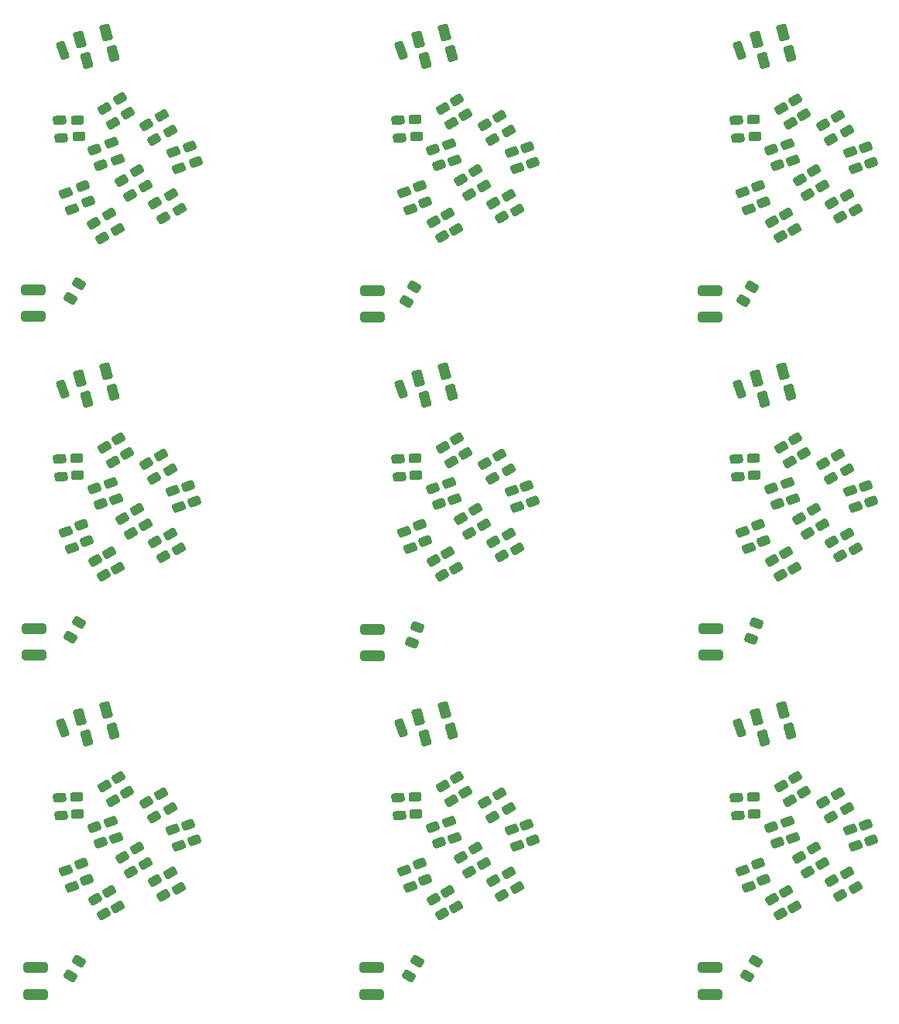
<source format=gbr>
%TF.GenerationSoftware,KiCad,Pcbnew,7.0.9*%
%TF.CreationDate,2024-10-30T14:50:37+01:00*%
%TF.ProjectId,panel,70616e65-6c2e-46b6-9963-61645f706362,rev?*%
%TF.SameCoordinates,Original*%
%TF.FileFunction,Paste,Top*%
%TF.FilePolarity,Positive*%
%FSLAX46Y46*%
G04 Gerber Fmt 4.6, Leading zero omitted, Abs format (unit mm)*
G04 Created by KiCad (PCBNEW 7.0.9) date 2024-10-30 14:50:37*
%MOMM*%
%LPD*%
G01*
G04 APERTURE LIST*
G04 Aperture macros list*
%AMRoundRect*
0 Rectangle with rounded corners*
0 $1 Rounding radius*
0 $2 $3 $4 $5 $6 $7 $8 $9 X,Y pos of 4 corners*
0 Add a 4 corners polygon primitive as box body*
4,1,4,$2,$3,$4,$5,$6,$7,$8,$9,$2,$3,0*
0 Add four circle primitives for the rounded corners*
1,1,$1+$1,$2,$3*
1,1,$1+$1,$4,$5*
1,1,$1+$1,$6,$7*
1,1,$1+$1,$8,$9*
0 Add four rect primitives between the rounded corners*
20,1,$1+$1,$2,$3,$4,$5,0*
20,1,$1+$1,$4,$5,$6,$7,0*
20,1,$1+$1,$6,$7,$8,$9,0*
20,1,$1+$1,$8,$9,$2,$3,0*%
G04 Aperture macros list end*
%ADD10RoundRect,0.250000X0.021592X-0.790275X0.491438X-0.619264X-0.021592X0.790275X-0.491438X0.619264X0*%
%ADD11RoundRect,0.250000X0.536362X0.020994X0.286362X0.454006X-0.536362X-0.020994X-0.286362X-0.454006X0*%
%ADD12RoundRect,0.250000X-0.536362X-0.020994X-0.286362X-0.454006X0.536362X0.020994X0.286362X0.454006X0*%
%ADD13RoundRect,0.250000X0.145694X0.711968X-0.482158X0.543736X-0.145694X-0.711968X0.482158X-0.543736X0*%
%ADD14RoundRect,0.250000X0.471166X-0.222281X0.425409X0.300721X-0.471166X0.222281X-0.425409X-0.300721X0*%
%ADD15RoundRect,0.250000X0.531859X-0.072464X0.360849X0.397383X-0.531859X0.072464X-0.360849X-0.397383X0*%
%ADD16RoundRect,0.250000X0.512642X-0.092760X0.333081X0.400578X-0.512642X0.092760X-0.333081X-0.400578X0*%
%ADD17RoundRect,0.250000X0.258461X-0.452332X0.520961X0.002332X-0.258461X0.452332X-0.520961X-0.002332X0*%
%ADD18RoundRect,0.250000X0.520961X-0.002332X0.258461X0.452332X-0.520961X0.002332X-0.258461X-0.452332X0*%
%ADD19RoundRect,0.250000X1.075000X-0.312500X1.075000X0.312500X-1.075000X0.312500X-1.075000X-0.312500X0*%
%ADD20RoundRect,0.250000X-0.520961X0.002332X-0.258461X-0.452332X0.520961X-0.002332X0.258461X0.452332X0*%
%ADD21RoundRect,0.250000X-1.075000X0.312500X-1.075000X-0.312500X1.075000X-0.312500X1.075000X0.312500X0*%
%ADD22RoundRect,0.250000X0.140090X0.684585X-0.463614X0.522823X-0.140090X-0.684585X0.463614X-0.522823X0*%
%ADD23RoundRect,0.250000X0.494981X-0.207650X0.451404X0.290448X-0.494981X0.207650X-0.451404X-0.290448X0*%
%ADD24RoundRect,0.250000X0.333081X-0.400578X0.512642X0.092760X-0.333081X0.400578X-0.512642X-0.092760X0*%
G04 APERTURE END LIST*
D10*
%TO.C,-HV*%
X189997975Y-108498200D03*
%TD*%
%TO.C,-HV*%
X152997975Y-108498200D03*
%TD*%
%TO.C,-HV*%
X115997975Y-108500000D03*
%TD*%
%TO.C,-HV*%
X189997975Y-71498200D03*
%TD*%
%TO.C,-HV*%
X152997975Y-71498200D03*
%TD*%
%TO.C,-HV*%
X115997975Y-71500000D03*
%TD*%
%TO.C,-HV*%
X189999775Y-34498200D03*
%TD*%
%TO.C,-HV*%
X152999775Y-34498200D03*
%TD*%
%TO.C,-HV*%
X115999775Y-34500000D03*
%TD*%
D11*
%TO.C,C10*%
X122049925Y-53997726D03*
X121099925Y-52352278D03*
%TD*%
D12*
%TO.C,C36*%
X124098125Y-84602428D03*
X125048125Y-86247876D03*
%TD*%
D13*
%TO.C,C46*%
X157748016Y-69541594D03*
X154898534Y-70305110D03*
%TD*%
D14*
%TO.C,R73*%
X117652655Y-117834330D03*
X117493595Y-116016274D03*
%TD*%
D13*
%TO.C,C5*%
X191900484Y-33304960D03*
X194749966Y-32541444D03*
%TD*%
D15*
%TO.C,C61*%
X202068508Y-82580728D03*
X202718346Y-84366144D03*
%TD*%
D16*
%TO.C,R90*%
X167385368Y-120780972D03*
X166761182Y-119066032D03*
%TD*%
D11*
%TO.C,C32*%
X201736816Y-50304191D03*
X202686816Y-51949639D03*
%TD*%
D17*
%TO.C,R83*%
X153867025Y-135565113D03*
X154779525Y-133984617D03*
%TD*%
D18*
%TO.C,R9*%
X127031175Y-52715250D03*
X126118675Y-51134754D03*
%TD*%
%TO.C,R66*%
X157470567Y-91797053D03*
X156558067Y-90216557D03*
%TD*%
%TO.C,R72*%
X196117175Y-113883254D03*
X197029675Y-115463750D03*
%TD*%
D19*
%TO.C,RT6*%
X186871175Y-97589900D03*
X186871175Y-100514900D03*
%TD*%
D20*
%TO.C,R39*%
X122562857Y-85602587D03*
X123475357Y-87183083D03*
%TD*%
D18*
%TO.C,R64*%
X123029375Y-115465550D03*
X122116875Y-113885054D03*
%TD*%
%TO.C,R45*%
X164029525Y-89713600D03*
X163117025Y-88133104D03*
%TD*%
D11*
%TO.C,C21*%
X165686666Y-51949639D03*
X164736666Y-50304191D03*
%TD*%
%TO.C,C66*%
X122048125Y-90997876D03*
X121098125Y-89352428D03*
%TD*%
%TO.C,C22*%
X164744348Y-43275389D03*
X163794348Y-41629941D03*
%TD*%
D18*
%TO.C,R30*%
X199118975Y-42632954D03*
X200031475Y-44213450D03*
%TD*%
D11*
%TO.C,C73*%
X194597150Y-114784146D03*
X195547150Y-116429594D03*
%TD*%
D18*
%TO.C,R36*%
X123029375Y-78465400D03*
X122116875Y-76884904D03*
%TD*%
D16*
%TO.C,R32*%
X193513132Y-45315732D03*
X194137318Y-47030672D03*
%TD*%
%TO.C,R12*%
X120137018Y-47032472D03*
X119512832Y-45317532D03*
%TD*%
%TO.C,R81*%
X130385218Y-120782772D03*
X129761032Y-119067832D03*
%TD*%
D18*
%TO.C,R68*%
X160029525Y-115463750D03*
X159117025Y-113883254D03*
%TD*%
D16*
%TO.C,R22*%
X157137168Y-47030672D03*
X156512982Y-45315732D03*
%TD*%
D18*
%TO.C,R13*%
X126031175Y-44215250D03*
X125118675Y-42634754D03*
%TD*%
D21*
%TO.C,RT1*%
X112813175Y-60625300D03*
X112813175Y-63550300D03*
%TD*%
D15*
%TO.C,C35*%
X128718046Y-84367944D03*
X128068208Y-82582528D03*
%TD*%
D14*
%TO.C,R25*%
X191495695Y-42014174D03*
X191654755Y-43832230D03*
%TD*%
D13*
%TO.C,C3*%
X157749816Y-32541444D03*
X154900334Y-33304960D03*
%TD*%
D22*
%TO.C,R1*%
X121487592Y-34796479D03*
X118662258Y-35553525D03*
%TD*%
D16*
%TO.C,R4*%
X130536868Y-46657470D03*
X129912682Y-44942530D03*
%TD*%
%TO.C,R5*%
X118811868Y-51007470D03*
X118187682Y-49292530D03*
%TD*%
%TO.C,R91*%
X192011332Y-123316032D03*
X192635518Y-125030972D03*
%TD*%
D13*
%TO.C,C65*%
X120747866Y-106543544D03*
X117898384Y-107307060D03*
%TD*%
D18*
%TO.C,R58*%
X200117175Y-88133104D03*
X201029675Y-89713600D03*
%TD*%
%TO.C,R17*%
X160031325Y-41463450D03*
X159118825Y-39882954D03*
%TD*%
D11*
%TO.C,C86*%
X159048275Y-127996226D03*
X158098275Y-126350778D03*
%TD*%
%TO.C,C68*%
X159048275Y-90996076D03*
X158098275Y-89350628D03*
%TD*%
D14*
%TO.C,R53*%
X191493895Y-79014324D03*
X191652955Y-80832380D03*
%TD*%
D15*
%TO.C,C49*%
X153997338Y-88790399D03*
X153347500Y-87004983D03*
%TD*%
D22*
%TO.C,R61*%
X121485792Y-108796779D03*
X118660458Y-109553825D03*
%TD*%
%TO.C,R65*%
X158485942Y-108794979D03*
X155660608Y-109552025D03*
%TD*%
D21*
%TO.C,RT4*%
X112862175Y-97617100D03*
X112862175Y-100542100D03*
%TD*%
D23*
%TO.C,C37*%
X115840451Y-81000229D03*
X115674855Y-79107459D03*
%TD*%
D14*
%TO.C,R38*%
X117652655Y-80834180D03*
X117493595Y-79016124D03*
%TD*%
D24*
%TO.C,R67*%
X154190082Y-99173270D03*
X154814268Y-97458330D03*
%TD*%
D22*
%TO.C,R48*%
X158485942Y-71794829D03*
X155660608Y-72551875D03*
%TD*%
D11*
%TO.C,C74*%
X195098425Y-89350628D03*
X196048425Y-90996076D03*
%TD*%
D20*
%TO.C,R29*%
X197477457Y-50181133D03*
X196564957Y-48600637D03*
%TD*%
D18*
%TO.C,R49*%
X163029525Y-81213600D03*
X162117025Y-79633104D03*
%TD*%
D15*
%TO.C,C43*%
X116997188Y-88792199D03*
X116347350Y-87006783D03*
%TD*%
D18*
%TO.C,R89*%
X164029525Y-126713750D03*
X163117025Y-125133254D03*
%TD*%
D11*
%TO.C,C70*%
X158547000Y-116429594D03*
X157597000Y-114784146D03*
%TD*%
D18*
%TO.C,R31*%
X200118975Y-51132954D03*
X201031475Y-52713450D03*
%TD*%
D12*
%TO.C,C82*%
X124098125Y-121602578D03*
X125048125Y-123248026D03*
%TD*%
D18*
%TO.C,R19*%
X164031325Y-52713450D03*
X163118825Y-51132954D03*
%TD*%
%TO.C,R8*%
X123156025Y-41315248D03*
X122243525Y-39734752D03*
%TD*%
D21*
%TO.C,RT9*%
X186820375Y-137557500D03*
X186820375Y-134632500D03*
%TD*%
D12*
%TO.C,C19*%
X161100075Y-47600478D03*
X162050075Y-49245926D03*
%TD*%
D11*
%TO.C,C79*%
X122048125Y-127998026D03*
X121098125Y-126352578D03*
%TD*%
%TO.C,C47*%
X165684866Y-88949789D03*
X164734866Y-87304341D03*
%TD*%
D22*
%TO.C,R40*%
X121485792Y-71796629D03*
X118660458Y-72553675D03*
%TD*%
D16*
%TO.C,R98*%
X203761332Y-119066032D03*
X204385518Y-120780972D03*
%TD*%
D11*
%TO.C,C50*%
X164742548Y-80275539D03*
X163792548Y-78630091D03*
%TD*%
%TO.C,C51*%
X158547000Y-79429444D03*
X157597000Y-77783996D03*
%TD*%
D18*
%TO.C,R78*%
X126029375Y-118215550D03*
X125116875Y-116635054D03*
%TD*%
%TO.C,R80*%
X120470417Y-128799003D03*
X119557917Y-127218507D03*
%TD*%
D13*
%TO.C,C2*%
X120749666Y-32543244D03*
X117900184Y-33306760D03*
%TD*%
D15*
%TO.C,C96*%
X195232688Y-118724096D03*
X195882526Y-120509512D03*
%TD*%
D11*
%TO.C,C7*%
X127774775Y-43247724D03*
X126824775Y-41602276D03*
%TD*%
D23*
%TO.C,C44*%
X152840601Y-80998429D03*
X152675005Y-79105659D03*
%TD*%
D11*
%TO.C,C24*%
X159050075Y-53995926D03*
X158100075Y-52350478D03*
%TD*%
D18*
%TO.C,R97*%
X199117175Y-116633254D03*
X200029675Y-118213750D03*
%TD*%
D11*
%TO.C,C31*%
X195100225Y-52350478D03*
X196050225Y-53995926D03*
%TD*%
D18*
%TO.C,R20*%
X163031325Y-44213450D03*
X162118825Y-42632954D03*
%TD*%
D13*
%TO.C,C69*%
X157748016Y-106541744D03*
X154898534Y-107305260D03*
%TD*%
D15*
%TO.C,C12*%
X116998988Y-51792049D03*
X116349150Y-50006633D03*
%TD*%
D11*
%TO.C,C16*%
X158548800Y-42429294D03*
X157598800Y-40783846D03*
%TD*%
%TO.C,C38*%
X128684716Y-88951589D03*
X127734716Y-87306141D03*
%TD*%
D15*
%TO.C,C81*%
X121882226Y-120511312D03*
X121232388Y-118725896D03*
%TD*%
D16*
%TO.C,R33*%
X203763132Y-45065732D03*
X204387318Y-46780672D03*
%TD*%
D17*
%TO.C,R6*%
X116868675Y-61566613D03*
X117781175Y-59986117D03*
%TD*%
D23*
%TO.C,C55*%
X189675155Y-79105659D03*
X189840751Y-80998429D03*
%TD*%
D11*
%TO.C,C41*%
X121546850Y-79431244D03*
X120596850Y-77785796D03*
%TD*%
D16*
%TO.C,R15*%
X155637168Y-51030672D03*
X155012982Y-49315732D03*
%TD*%
D11*
%TO.C,C60*%
X200792698Y-78630091D03*
X201742698Y-80275539D03*
%TD*%
D15*
%TO.C,C14*%
X128719846Y-47367794D03*
X128070008Y-45582378D03*
%TD*%
%TO.C,C78*%
X116997188Y-125792349D03*
X116347350Y-124006933D03*
%TD*%
D16*
%TO.C,R52*%
X192011332Y-86315882D03*
X192635518Y-88030822D03*
%TD*%
D11*
%TO.C,C33*%
X194598950Y-40783846D03*
X195548950Y-42429294D03*
%TD*%
D12*
%TO.C,C27*%
X199050225Y-49245926D03*
X198100225Y-47600478D03*
%TD*%
D11*
%TO.C,C28*%
X200794498Y-41629941D03*
X201744498Y-43275389D03*
%TD*%
D18*
%TO.C,R96*%
X193558217Y-127216707D03*
X194470717Y-128797203D03*
%TD*%
%TO.C,R55*%
X196117175Y-76883104D03*
X197029675Y-78463600D03*
%TD*%
D11*
%TO.C,C98*%
X201735016Y-124304491D03*
X202685016Y-125949939D03*
%TD*%
%TO.C,C80*%
X127742398Y-117277489D03*
X126792398Y-115632041D03*
%TD*%
%TO.C,C84*%
X165684866Y-125949939D03*
X164734866Y-124304491D03*
%TD*%
D15*
%TO.C,C97*%
X202068508Y-119580878D03*
X202718346Y-121366294D03*
%TD*%
D21*
%TO.C,RT2*%
X149855775Y-60699700D03*
X149855775Y-63624700D03*
%TD*%
D15*
%TO.C,C91*%
X153997338Y-125790549D03*
X153347500Y-124005133D03*
%TD*%
D14*
%TO.C,R16*%
X154654605Y-43832230D03*
X154495545Y-42014174D03*
%TD*%
D11*
%TO.C,C11*%
X121548650Y-42431094D03*
X120598650Y-40785646D03*
%TD*%
D15*
%TO.C,C39*%
X121882226Y-83511162D03*
X121232388Y-81725746D03*
%TD*%
D23*
%TO.C,C77*%
X115840451Y-118000379D03*
X115674855Y-116107609D03*
%TD*%
D11*
%TO.C,C95*%
X200792698Y-115630241D03*
X201742698Y-117275689D03*
%TD*%
%TO.C,C76*%
X128684716Y-125951739D03*
X127734716Y-124306291D03*
%TD*%
D23*
%TO.C,C93*%
X189675155Y-116105809D03*
X189840751Y-117998579D03*
%TD*%
D15*
%TO.C,C52*%
X158882376Y-83509362D03*
X158232538Y-81723946D03*
%TD*%
%TO.C,C53*%
X165718196Y-84366144D03*
X165068358Y-82580728D03*
%TD*%
D12*
%TO.C,C63*%
X199048425Y-86246076D03*
X198098425Y-84600628D03*
%TD*%
D16*
%TO.C,R59*%
X203761332Y-82065882D03*
X204385518Y-83780822D03*
%TD*%
%TO.C,R95*%
X193511332Y-119316032D03*
X194135518Y-121030972D03*
%TD*%
%TO.C,R34*%
X118635218Y-88032622D03*
X118011032Y-86317682D03*
%TD*%
D15*
%TO.C,C92*%
X190347650Y-124005133D03*
X190997488Y-125790549D03*
%TD*%
D14*
%TO.C,R87*%
X154652805Y-117832530D03*
X154493745Y-116014474D03*
%TD*%
D18*
%TO.C,R27*%
X196118975Y-39882954D03*
X197031475Y-41463450D03*
%TD*%
D11*
%TO.C,C67*%
X121546850Y-116431394D03*
X120596850Y-114785946D03*
%TD*%
D16*
%TO.C,R77*%
X120135218Y-121032772D03*
X119511032Y-119317832D03*
%TD*%
D11*
%TO.C,C40*%
X127742398Y-80277339D03*
X126792398Y-78631891D03*
%TD*%
D16*
%TO.C,R24*%
X192013132Y-49315732D03*
X192637318Y-51030672D03*
%TD*%
D13*
%TO.C,C59*%
X191898684Y-70305110D03*
X194748166Y-69541594D03*
%TD*%
D20*
%TO.C,R86*%
X159563007Y-122600937D03*
X160475507Y-124181433D03*
%TD*%
D17*
%TO.C,R74*%
X116866875Y-135566913D03*
X117779375Y-133986417D03*
%TD*%
D20*
%TO.C,R7*%
X122468525Y-48684752D03*
X123381025Y-50265248D03*
%TD*%
%TO.C,R94*%
X197475657Y-124181433D03*
X196563157Y-122600937D03*
%TD*%
D11*
%TO.C,C58*%
X201735016Y-87304341D03*
X202685016Y-88949789D03*
%TD*%
D16*
%TO.C,R84*%
X155635368Y-125030972D03*
X155011182Y-123316032D03*
%TD*%
D18*
%TO.C,R85*%
X163029525Y-118213750D03*
X162117025Y-116633254D03*
%TD*%
D16*
%TO.C,R79*%
X118635218Y-125032772D03*
X118011032Y-123317832D03*
%TD*%
D17*
%TO.C,R23*%
X191317025Y-60254352D03*
X190404525Y-61834848D03*
%TD*%
D20*
%TO.C,R54*%
X197475657Y-87181283D03*
X196563157Y-85600787D03*
%TD*%
%TO.C,R14*%
X159564807Y-48600637D03*
X160477307Y-50181133D03*
%TD*%
%TO.C,R76*%
X122562857Y-122602737D03*
X123475357Y-124183233D03*
%TD*%
D17*
%TO.C,R21*%
X153565125Y-61911048D03*
X154477625Y-60330552D03*
%TD*%
D16*
%TO.C,R44*%
X155635368Y-88030822D03*
X155011182Y-86315882D03*
%TD*%
D12*
%TO.C,C94*%
X199048425Y-123246226D03*
X198098425Y-121600778D03*
%TD*%
D22*
%TO.C,R2*%
X158487742Y-34794679D03*
X155662408Y-35551725D03*
%TD*%
D12*
%TO.C,C9*%
X124099925Y-47602278D03*
X125049925Y-49247726D03*
%TD*%
D16*
%TO.C,R37*%
X120135218Y-84032622D03*
X119511032Y-82317682D03*
%TD*%
D24*
%TO.C,R69*%
X191907668Y-97026530D03*
X191283482Y-98741470D03*
%TD*%
D11*
%TO.C,C8*%
X128799775Y-51822724D03*
X127849775Y-50177276D03*
%TD*%
D23*
%TO.C,C25*%
X189676955Y-42105509D03*
X189842551Y-43998279D03*
%TD*%
D20*
%TO.C,R43*%
X159563007Y-85600787D03*
X160475507Y-87181283D03*
%TD*%
D21*
%TO.C,RT8*%
X149803175Y-134657900D03*
X149803175Y-137582900D03*
%TD*%
D18*
%TO.C,R60*%
X199117175Y-79633104D03*
X200029675Y-81213600D03*
%TD*%
D15*
%TO.C,C88*%
X158882376Y-120509512D03*
X158232538Y-118724096D03*
%TD*%
D23*
%TO.C,C90*%
X152840601Y-117998579D03*
X152675005Y-116105809D03*
%TD*%
D22*
%TO.C,R71*%
X192660758Y-109552025D03*
X195486092Y-108794979D03*
%TD*%
D15*
%TO.C,C54*%
X190347650Y-87004983D03*
X190997488Y-88790399D03*
%TD*%
%TO.C,C26*%
X190349450Y-50004833D03*
X190999288Y-51790249D03*
%TD*%
D17*
%TO.C,R62*%
X116866875Y-98566763D03*
X117779375Y-96986267D03*
%TD*%
D12*
%TO.C,C89*%
X161098275Y-121600778D03*
X162048275Y-123246226D03*
%TD*%
D18*
%TO.C,R63*%
X120470417Y-91798853D03*
X119557917Y-90218357D03*
%TD*%
%TO.C,R99*%
X200117175Y-125133254D03*
X201029675Y-126713750D03*
%TD*%
D17*
%TO.C,R93*%
X191779675Y-133984617D03*
X190867175Y-135565113D03*
%TD*%
D14*
%TO.C,R11*%
X117804305Y-43884028D03*
X117645245Y-42065972D03*
%TD*%
D15*
%TO.C,C83*%
X128718046Y-121368094D03*
X128068208Y-119582678D03*
%TD*%
D22*
%TO.C,R3*%
X192662558Y-35551725D03*
X195487892Y-34794679D03*
%TD*%
D14*
%TO.C,R50*%
X154652805Y-80832380D03*
X154493745Y-79014324D03*
%TD*%
D18*
%TO.C,R75*%
X127029375Y-126715550D03*
X126116875Y-125135054D03*
%TD*%
%TO.C,R70*%
X193558217Y-90216557D03*
X194470717Y-91797053D03*
%TD*%
D14*
%TO.C,R92*%
X191493895Y-116014474D03*
X191652955Y-117832530D03*
%TD*%
D13*
%TO.C,C42*%
X120747866Y-69543394D03*
X117898384Y-70306910D03*
%TD*%
D16*
%TO.C,R57*%
X193511332Y-82315882D03*
X194135518Y-84030822D03*
%TD*%
D13*
%TO.C,C75*%
X191898684Y-107305260D03*
X194748166Y-106541744D03*
%TD*%
D21*
%TO.C,RT5*%
X149879375Y-97691500D03*
X149879375Y-100616500D03*
%TD*%
D15*
%TO.C,C18*%
X158884176Y-46509212D03*
X158234338Y-44723796D03*
%TD*%
D11*
%TO.C,C85*%
X164742548Y-117275689D03*
X163792548Y-115630241D03*
%TD*%
D15*
%TO.C,C29*%
X195234488Y-44723796D03*
X195884326Y-46509212D03*
%TD*%
D23*
%TO.C,C23*%
X152842401Y-43998279D03*
X152676805Y-42105509D03*
%TD*%
D16*
%TO.C,R51*%
X167385368Y-83780822D03*
X166761182Y-82065882D03*
%TD*%
D18*
%TO.C,R82*%
X157470567Y-128797203D03*
X156558067Y-127216707D03*
%TD*%
D11*
%TO.C,C56*%
X194597150Y-77783996D03*
X195547150Y-79429444D03*
%TD*%
D15*
%TO.C,C15*%
X121974694Y-46367708D03*
X121324856Y-44582292D03*
%TD*%
D22*
%TO.C,R56*%
X192660758Y-72551875D03*
X195486092Y-71794829D03*
%TD*%
D18*
%TO.C,R35*%
X126029375Y-81215400D03*
X125116875Y-79634904D03*
%TD*%
D16*
%TO.C,R47*%
X157135368Y-84030822D03*
X156511182Y-82315882D03*
%TD*%
D21*
%TO.C,RT3*%
X186822175Y-63624700D03*
X186822175Y-60699700D03*
%TD*%
D11*
%TO.C,C99*%
X195098425Y-126350778D03*
X196048425Y-127996226D03*
%TD*%
D12*
%TO.C,C48*%
X161098275Y-84600628D03*
X162048275Y-86246076D03*
%TD*%
D18*
%TO.C,R46*%
X160029525Y-78463600D03*
X159117025Y-76883104D03*
%TD*%
%TO.C,R10*%
X120331025Y-54940248D03*
X119418525Y-53359752D03*
%TD*%
D16*
%TO.C,R26*%
X167387168Y-46780672D03*
X166762982Y-45065732D03*
%TD*%
D15*
%TO.C,C30*%
X202070308Y-45580578D03*
X202720146Y-47365994D03*
%TD*%
%TO.C,C20*%
X153999138Y-51790249D03*
X153349300Y-50004833D03*
%TD*%
%TO.C,C87*%
X165718196Y-121366294D03*
X165068358Y-119580878D03*
%TD*%
%TO.C,C62*%
X195232688Y-81723946D03*
X195882526Y-83509362D03*
%TD*%
D18*
%TO.C,R18*%
X157472367Y-54796903D03*
X156559867Y-53216407D03*
%TD*%
D23*
%TO.C,C13*%
X115842251Y-44000079D03*
X115676655Y-42107309D03*
%TD*%
D15*
%TO.C,C17*%
X165719996Y-47365994D03*
X165070158Y-45580578D03*
%TD*%
D21*
%TO.C,RT7*%
X113014575Y-134634300D03*
X113014575Y-137559300D03*
%TD*%
D18*
%TO.C,R42*%
X127029375Y-89715400D03*
X126116875Y-88134904D03*
%TD*%
D16*
%TO.C,R88*%
X157135368Y-121030972D03*
X156511182Y-119316032D03*
%TD*%
%TO.C,R41*%
X130385218Y-83782622D03*
X129761032Y-82067682D03*
%TD*%
D18*
%TO.C,R28*%
X193560017Y-53216407D03*
X194472517Y-54796903D03*
%TD*%
M02*

</source>
